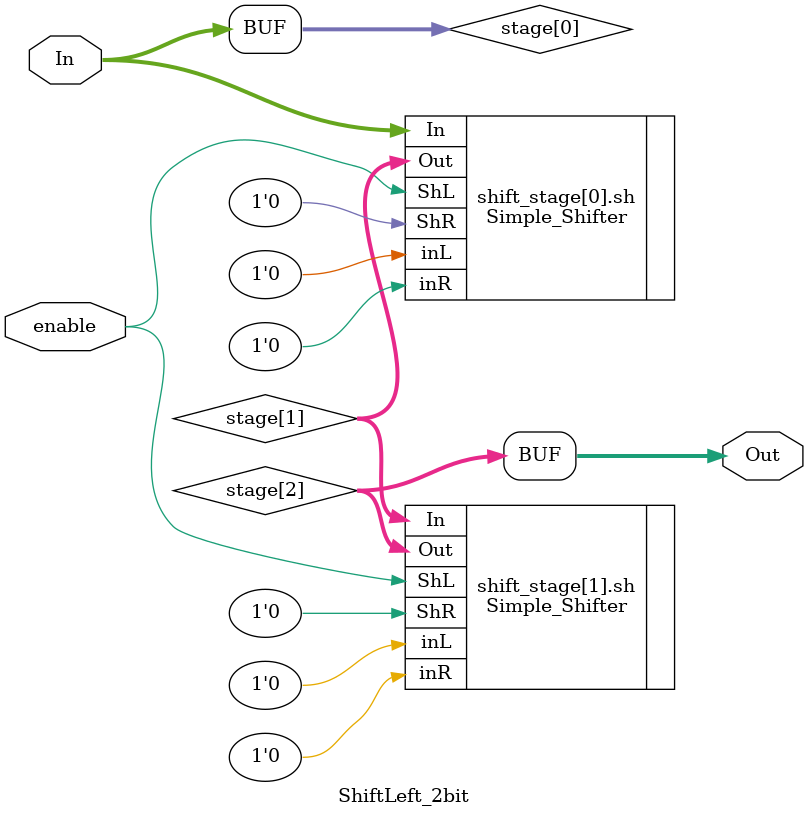
<source format=sv>
module Shift_Logic(
						input logic [31:0] In,		//Ngõ vào data cần shift		
						input logic [4:0] ShAm,		//Số bit cần shift
						input logic sel,				//Sel = 0 thì left shift, ngược lại right shift
						output logic [31:0] result	//Kết quả
						);
wire [31:0] left_result;
wire [31:0] right_result;
ShiftLeft_Logic shiftleft(.In(In), .ShAm(ShAm), .OUT(left_result));
ShiftRight_Logic shiftright(.In(In), .ShAm(ShAm), .OUT(right_result));
mux2to1_32bit mux2to1(.sel(sel), .In1(left_result), .In2(right_result) , .out(result));
endmodule


//-----------------------Sub_Modules-----------------------------//
/////////////////////
//Shift Left Logic///
/////////////////////
module ShiftLeft_Logic(
							input [31:0] In,
							input [4:0] ShAm,
							output logic [31:0] OUT
							 );
							 
wire [31:0] out_stage1;
wire [31:0] out_stage2;
wire [31:0] out_stage3;
wire [31:0] out_stage4;

ShiftLeft_16bit stage1(.In(In), .enable(ShAm[4]), .Out(out_stage1));
ShiftLeft_8bit stage2(.In(out_stage1), .enable(ShAm[3]), .Out(out_stage2));
ShiftLeft_4bit stage3(.In(out_stage2), .enable(ShAm[2]), .Out(out_stage3));
ShiftLeft_2bit stage4(.In(out_stage3), .enable(ShAm[1]), .Out(out_stage4));
Simple_Shifter stage5(.In(out_stage4), .ShL(ShAm[0]), .ShR(1'b0), .inR(1'b0), .inL(1'b0), .Out(OUT));

endmodule


/////////////////////
//Shift Right Logic//
/////////////////////
module ShiftRight_Logic(
							input [31:0] In,
							input [4:0] ShAm,
							output logic [31:0] OUT
							 );
							 
wire [31:0] out_stage1;
wire [31:0] out_stage2;
wire [31:0] out_stage3;
wire [31:0] out_stage4;

ShiftRight_16bit stage1(.In(In), .enable(ShAm[4]), .Out(out_stage1));
ShiftRight_8bit stage2(.In(out_stage1), .enable(ShAm[3]), .Out(out_stage2));
ShiftRight_4bit stage3(.In(out_stage2), .enable(ShAm[2]), .Out(out_stage3));
ShiftRight_2bit stage4(.In(out_stage3), .enable(ShAm[1]), .Out(out_stage4));
Simple_Shifter stage5(.In(out_stage4), .ShL(1'b0), .ShR(ShAm[0]), .inR(1'b0), .inL(1'b0), .Out(OUT));

endmodule

//------------------------------Shift_Right----------------------------//
/////////////////////
//Shift Right 16bit//
/////////////////////
module ShiftRight_16bit(
    input  logic [31:0] In,
    input  logic        enable,   // Cho phép dịch
    output logic [31:0] Out
);

    wire [31:0] stage [0:16];  // lưu kết quả từng stage
    assign stage[0] = In;      // input gốc

    genvar i;
    generate
        for (i = 0; i < 16; i = i + 1) begin : shift_stage
            Simple_Shifter sh (
                .In (stage[i]),
                .ShL(1'b0),
                .ShR(enable),   // nếu enable=1 thì dịch
                .inR(1'b0),     // logic shift: nạp 0 vào MSB
                .inL(1'b0),
                .Out(stage[i+1])
            );
        end
    endgenerate

    assign Out = stage[16];   // kết quả cuối

endmodule

/////////////////////
//Shift Right 8bit//
/////////////////////
module ShiftRight_8bit(
    input  logic [31:0] In,
    input  logic        enable,   // Cho phép dịch
    output logic [31:0] Out
);

    wire [31:0] stage [0:8];  // stage[0] là In, stage[8] là Out
    assign stage[0] = In;

    genvar i;
    generate
        for (i = 0; i < 8; i = i + 1) begin : shift_stage
            Simple_Shifter sh (
                .In  (stage[i]),
                .ShL (1'b0),
                .ShR (enable),   // nếu enable=1 thì dịch, nếu 0 thì giữ nguyên
                .inR (1'b0),     // logic shift: nạp 0 vào MSB
                .inL (1'b0),
                .Out (stage[i+1])
            );
        end
    endgenerate

    assign Out = stage[8];  // kết quả cuối cùng

endmodule


////////////////////
//Shift Right 4bit//
////////////////////
module ShiftRight_4bit(
    input  logic [31:0] In,
    input  logic        enable,   // Cho phép dịch
    output logic [31:0] Out
);

    wire [31:0] stage1_out, stage2_out, stage3_out;

    // Lần 1: dịch 1 bit
    Simple_Shifter sh1 (
        .In (In),
        .ShL(1'b0),
        .ShR(enable),
        .inR(1'b0),     // logic shift: nạp 0 vào MSB
        .inL(1'b0),
        .Out(stage1_out)
    );

    // Lần 2: dịch thêm 1 bit
    Simple_Shifter sh2 (
        .In (stage1_out),
        .ShL(1'b0),
        .ShR(enable),
        .inR(1'b0),
        .inL(1'b0),
        .Out(stage2_out)
    );

    // Lần 3: dịch thêm 1 bit
    Simple_Shifter sh3 (
        .In (stage2_out),
        .ShL(1'b0),
        .ShR(enable),
        .inR(1'b0),
        .inL(1'b0),
        .Out(stage3_out)
    );

    // Lần 4: dịch thêm 1 bit
    Simple_Shifter sh4 (
        .In (stage3_out),
        .ShL(1'b0),
        .ShR(enable),
        .inR(1'b0),
        .inL(1'b0),
        .Out(Out)
    );

endmodule

////////////////////
//Shift Right 2bit//
////////////////////
module ShiftRight_2bit(
    input  logic [31:0] In,
    input  logic        enable,   // Cho phép dịch
    output logic [31:0] Out
);

    wire [31:0] stage1_out;

    // Lần 1: dịch 1 bit
    Simple_Shifter sh1 (
        .In (In),
        .ShL(1'b0),
        .ShR(enable),   // nếu enable=1 thì dịch, nếu 0 thì giữ nguyên
        .inR(1'b0),     // logic shift (nạp 0 vào MSB)
        .inL(1'b0),
        .Out(stage1_out)
    );

    // Lần 2: dịch thêm 1 bit nữa
    Simple_Shifter sh2 (
        .In (stage1_out),
        .ShL(1'b0),
        .ShR(enable),
        .inR(1'b0),
        .inL(1'b0),
        .Out(Out)
    );

endmodule

//---------------------Shift_Left------------------//
/////////////////////
//Shift Right 16bit//
////////////////////
module ShiftLeft_16bit(
    input  logic [31:0] In,
    input  logic        enable,
    output logic [31:0] Out
);

    wire [31:0] stage [0:16];  
    assign stage[0] = In;

    genvar i;
    generate
        for (i = 0; i < 16; i = i + 1) begin : shift_stage
            Simple_Shifter sh (
                .In  (stage[i]),
                .ShL (enable),
                .ShR (1'b0),
                .inR (1'b0),
                .inL (1'b0),
                .Out (stage[i+1])
            );
        end
    endgenerate

    assign Out = stage[16];

endmodule



////////////////////
//Shift Left 8bit///
////////////////////
module ShiftLeft_8bit(
    input  logic [31:0] In,
    input  logic        enable,   // Cho phép dịch
    output logic [31:0] Out
);

    wire [31:0] stage [0:8];  // stage[0] là In, stage[8] là Out
    assign stage[0] = In;

    genvar i;
    generate
        for (i = 0; i < 8; i = i + 1) begin : shift_stage
            Simple_Shifter sh (
                .In  (stage[i]),
                .ShL (enable),   // nếu enable=1 thì dịch, nếu 0 thì giữ nguyên
                .ShR (1'b0),
                .inR (1'b0),
                .inL (1'b0),     // logic shift: nạp 0 vào LSB
                .Out (stage[i+1])
            );
        end
    endgenerate

    assign Out = stage[8];  // kết quả cuối cùng

endmodule



////////////////////
//Shift Left 4bit///
////////////////////
module ShiftLeft_4bit(
    input  logic [31:0] In,
    input  logic        enable,
    output logic [31:0] Out
);

    wire [31:0] stage [0:4];  
    assign stage[0] = In;

    genvar i;
    generate
        for (i = 0; i < 4; i = i + 1) begin : shift_stage
            Simple_Shifter sh (
                .In  (stage[i]),
                .ShL (enable),
                .ShR (1'b0),
                .inR (1'b0),
                .inL (1'b0),
                .Out (stage[i+1])
            );
        end
    endgenerate

    assign Out = stage[4];

endmodule



////////////////////
//Shift Left 2bit///
////////////////////
module ShiftLeft_2bit(
    input  logic [31:0] In,
    input  logic        enable,   // Cho phép dịch
    output logic [31:0] Out
);

    wire [31:0] stage [0:2];  
    assign stage[0] = In;

    genvar i;
    generate
        for (i = 0; i < 2; i = i + 1) begin : shift_stage
            Simple_Shifter sh (
                .In  (stage[i]),
                .ShL (enable),
                .ShR (1'b0),
                .inR (1'b0),
                .inL (1'b0),    // logic shift: nạp 0 vào LSB
                .Out (stage[i+1])
            );
        end
    endgenerate

    assign Out = stage[2];

endmodule


</source>
